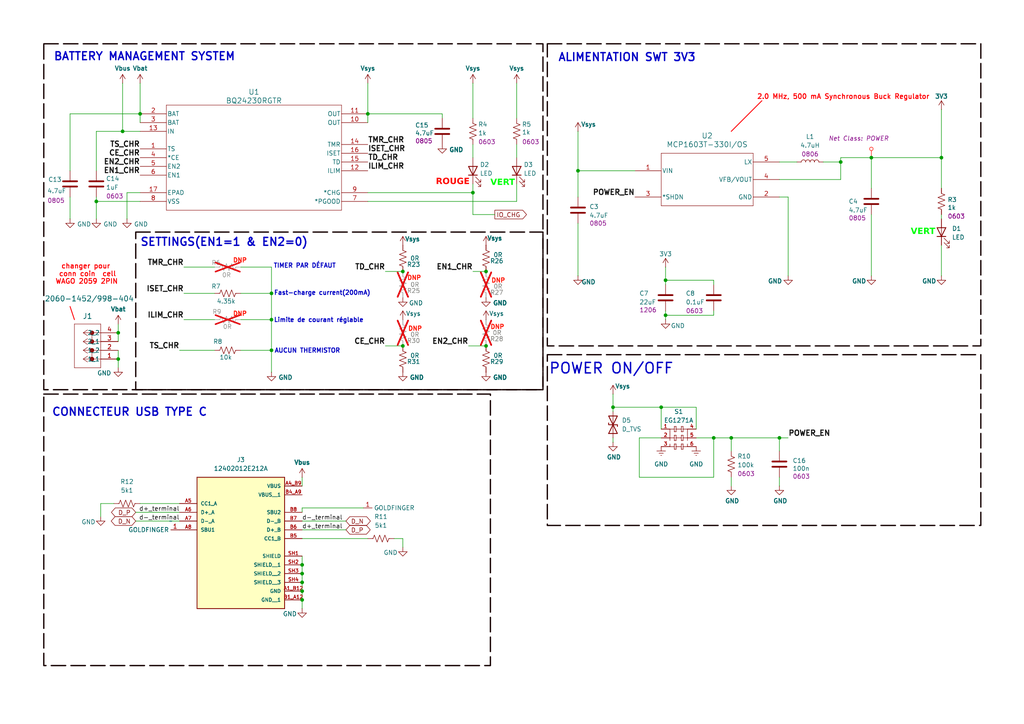
<source format=kicad_sch>
(kicad_sch (version 20250114) (generator "eeschema") (generator_version "9.0")
  (paper "A4")
  (lib_symbols
    (symbol "Device:C" (pin_numbers (hide yes)) (pin_names (offset 0.254))
      (property "Reference" "C" (at 0.635 2.54 0))
      (property "Value" "C" (at 0.635 -2.54 0))
      (symbol "C_0_1"
        (polyline (pts (xy -2.032 0.762) (xy 2.032 0.762)) (stroke (width 0.508)))
        (polyline (pts (xy -2.032 -0.762) (xy 2.032 -0.762)) (stroke (width 0.508)))
      )
      (symbol "C_1_1"
        (pin passive line (at 0 3.81 270) (length 2.794) (name "~") (number "1"))
        (pin passive line (at 0 -3.81 90) (length 2.794) (name "~") (number "2"))
      )
    )
    (symbol "Device:D_TVS" (pin_numbers (hide yes)) (pin_names (offset 1.016) (hide yes))
      (property "Reference" "D" (at 0 2.54 0))
      (property "Value" "D_TVS" (at 0 -2.54 0))
      (symbol "D_TVS_0_1"
        (polyline (pts (xy -2.54 1.27) (xy -2.54 -1.27) (xy 2.54 1.27) (xy 2.54 -1.27) (xy -2.54 1.27)) (stroke (width 0.254)))
        (polyline (pts (xy 0.508 1.27) (xy 0 1.27) (xy 0 -1.27) (xy -0.508 -1.27)) (stroke (width 0.254)))
        (polyline (pts (xy 1.27 0) (xy -1.27 0)))
      )
      (symbol "D_TVS_1_1"
        (pin passive line (at -3.81 0 0) (length 2.54) (name "A1") (number "1"))
        (pin passive line (at 3.81 0 180) (length 2.54) (name "A2") (number "2"))
      )
    )
    (symbol "Device:L" (pin_numbers (hide yes)) (pin_names (offset 1.016) (hide yes))
      (property "Reference" "L" (at -1.27 0 90))
      (property "Value" "L" (at 1.905 0 90))
      (symbol "L_0_1"
        (arc (start 0 2.54) (mid 0.6323 1.905) (end 0 1.27))
        (arc (start 0 1.27) (mid 0.6323 0.635) (end 0 0))
        (arc (start 0 0) (mid 0.6323 -0.635) (end 0 -1.27))
        (arc (start 0 -1.27) (mid 0.6323 -1.905) (end 0 -2.54))
      )
      (symbol "L_1_1"
        (pin passive line (at 0 3.81 270) (length 1.27) (name "1") (number "1"))
        (pin passive line (at 0 -3.81 90) (length 1.27) (name "2") (number "2"))
      )
    )
    (symbol "Device:LED" (pin_numbers (hide yes)) (pin_names (offset 1.016) (hide yes))
      (property "Reference" "D" (at 0 2.54 0))
      (property "Value" "LED" (at 0 -2.54 0))
      (symbol "LED_0_1"
        (polyline (pts (xy -3.048 -0.762) (xy -4.572 -2.286) (xy -3.81 -2.286) (xy -4.572 -2.286) (xy -4.572 -1.524)))
        (polyline (pts (xy -1.778 -0.762) (xy -3.302 -2.286) (xy -2.54 -2.286) (xy -3.302 -2.286) (xy -3.302 -1.524)))
        (polyline (pts (xy -1.27 0) (xy 1.27 0)))
        (polyline (pts (xy -1.27 -1.27) (xy -1.27 1.27)) (stroke (width 0.254)))
        (polyline (pts (xy 1.27 -1.27) (xy 1.27 1.27) (xy -1.27 0) (xy 1.27 -1.27)) (stroke (width 0.254)))
      )
      (symbol "LED_1_1"
        (pin passive line (at -3.81 0 0) (length 2.54) (name "K") (number "1"))
        (pin passive line (at 3.81 0 180) (length 2.54) (name "A") (number "2"))
      )
    )
    (symbol "Device:R_US" (pin_numbers (hide yes)) (pin_names (offset 0))
      (property "Reference" "R" (at 2.54 0 90))
      (property "Value" "R_US" (at -2.54 0 90))
      (symbol "R_US_0_1"
        (polyline (pts (xy 0 2.286) (xy 0 2.54)))
        (polyline (pts (xy 0 2.286) (xy 1.016 1.905) (xy 0 1.524) (xy -1.016 1.143) (xy 0 0.762)))
        (polyline (pts (xy 0 0.762) (xy 1.016 0.381) (xy 0 0) (xy -1.016 -0.381) (xy 0 -0.762)))
        (polyline (pts (xy 0 -0.762) (xy 1.016 -1.143) (xy 0 -1.524) (xy -1.016 -1.905) (xy 0 -2.286)))
        (polyline (pts (xy 0 -2.286) (xy 0 -2.54)))
      )
      (symbol "R_US_1_1"
        (pin passive line (at 0 3.81 270) (length 1.27) (name "~") (number "1"))
        (pin passive line (at 0 -3.81 90) (length 1.27) (name "~") (number "2"))
      )
    )
    (symbol "Library:12402012E212A" (pin_names (offset 1.016))
      (property "Reference" "J" (at -12.7 13.462 0))
      (property "Value" "12402012E212A" (at -12.7 -26.162 0))
      (symbol "12402012E212A_0_0"
        (rectangle (start -12.7 -25.4) (end 12.7 12.7) (stroke (width 0.254)) (fill (type background)))
        (pin bidirectional line (at -17.78 5.08 0) (length 5.08) (name "CC1_A") (number "A5"))
        (pin bidirectional line (at -17.78 2.54 0) (length 5.08) (name "D+_A") (number "A6"))
        (pin bidirectional line (at -17.78 0 0) (length 5.08) (name "D-_A") (number "A7"))
        (pin bidirectional line (at -17.78 -2.54 0) (length 5.08) (name "SBU1") (number "A8"))
        (pin power_in line (at 17.78 10.16 180) (length 5.08) (name "VBUS") (number "A4_B9"))
        (pin power_in line (at 17.78 7.62 180) (length 5.08) (name "VBUS__1") (number "B4_A9"))
        (pin bidirectional line (at 17.78 2.54 180) (length 5.08) (name "SBU2") (number "B8"))
        (pin bidirectional line (at 17.78 0 180) (length 5.08) (name "D-_B") (number "B7"))
        (pin bidirectional line (at 17.78 -2.54 180) (length 5.08) (name "D+_B") (number "B6"))
        (pin bidirectional line (at 17.78 -5.08 180) (length 5.08) (name "CC1_B") (number "B5"))
        (pin passive line (at 17.78 -10.16 180) (length 5.08) (name "SHIELD") (number "SH1"))
        (pin passive line (at 17.78 -12.7 180) (length 5.08) (name "SHIELD__1") (number "SH2"))
        (pin passive line (at 17.78 -15.24 180) (length 5.08) (name "SHIELD__2") (number "SH3"))
        (pin passive line (at 17.78 -17.78 180) (length 5.08) (name "SHIELD__3") (number "SH4"))
        (pin power_in line (at 17.78 -20.32 180) (length 5.08) (name "GND") (number "A1_B12"))
        (pin power_in line (at 17.78 -22.86 180) (length 5.08) (name "GND__1") (number "B1_A12"))
      )
    )
    (symbol "Library:2060-1452_998-404" (pin_names (offset 0.254))
      (property "Reference" "J" (at 8.89 6.35 0))
      (property "Value" "2060-1452/998-404" (at 0 0 0))
      (symbol "2060-1452_998-404_1_1"
        (polyline (pts (xy 5.08 2.54) (xy 5.08 -10.16)) (stroke (width 0.127)))
        (polyline (pts (xy 5.08 -10.16) (xy 12.7 -10.16)) (stroke (width 0.127)))
        (polyline (pts (xy 7.62 0) (xy 7.62 -2.54)) (stroke (width 0.127)))
        (circle (center 7.62 0) (radius 0.127) (stroke (width 0.508)))
        (circle (center 7.62 -2.54) (radius 0.127) (stroke (width 0.508)))
        (polyline (pts (xy 7.62 -5.08) (xy 7.62 -7.62)) (stroke (width 0.127)))
        (circle (center 7.62 -5.08) (radius 0.127) (stroke (width 0.508)))
        (circle (center 7.62 -7.62) (radius 0.127) (stroke (width 0.508)))
        (polyline (pts (xy 10.16 0) (xy 5.08 0)) (stroke (width 0.127)))
        (polyline (pts (xy 10.16 0) (xy 8.89 0.8467)) (stroke (width 0.127)))
        (polyline (pts (xy 10.16 0) (xy 8.89 -0.8467)) (stroke (width 0.127)))
        (polyline (pts (xy 10.16 -2.54) (xy 5.08 -2.54)) (stroke (width 0.127)))
        (polyline (pts (xy 10.16 -2.54) (xy 8.89 -1.6933)) (stroke (width 0.127)))
        (polyline (pts (xy 10.16 -2.54) (xy 8.89 -3.3867)) (stroke (width 0.127)))
        (polyline (pts (xy 10.16 -5.08) (xy 5.08 -5.08)) (stroke (width 0.127)))
        (polyline (pts (xy 10.16 -5.08) (xy 8.89 -4.2333)) (stroke (width 0.127)))
        (polyline (pts (xy 10.16 -5.08) (xy 8.89 -5.9267)) (stroke (width 0.127)))
        (polyline (pts (xy 10.16 -7.62) (xy 5.08 -7.62)) (stroke (width 0.127)))
        (polyline (pts (xy 10.16 -7.62) (xy 8.89 -6.7733)) (stroke (width 0.127)))
        (polyline (pts (xy 10.16 -7.62) (xy 8.89 -8.4667)) (stroke (width 0.127)))
        (polyline (pts (xy 12.7 2.54) (xy 5.08 2.54)) (stroke (width 0.127)))
        (polyline (pts (xy 12.7 -10.16) (xy 12.7 2.54)) (stroke (width 0.127)))
        (pin unspecified line (at 0 0 0) (length 5.08) (name "1_1") (number "1"))
        (pin unspecified line (at 0 -2.54 0) (length 5.08) (name "1_2") (number "2"))
        (pin unspecified line (at 0 -5.08 0) (length 5.08) (name "2_1") (number "3"))
        (pin unspecified line (at 0 -7.62 0) (length 5.08) (name "2_2") (number "4"))
      )
      (symbol "2060-1452_998-404_1_2"
        (polyline (pts (xy 5.08 2.54) (xy 5.08 -10.16)) (stroke (width 0.127)))
        (polyline (pts (xy 5.08 -10.16) (xy 12.7 -10.16)) (stroke (width 0.127)))
        (polyline (pts (xy 7.62 0) (xy 7.62 -2.54)) (stroke (width 0.127)))
        (circle (center 7.62 0) (radius 0.127) (stroke (width 0.508)))
        (circle (center 7.62 -2.54) (radius 0.127) (stroke (width 0.508)))
        (polyline (pts (xy 7.62 -5.08) (xy 7.62 -7.62)) (stroke (width 0.127)))
        (circle (center 7.62 -5.08) (radius 0.127) (stroke (width 0.508)))
        (circle (center 7.62 -7.62) (radius 0.127) (stroke (width 0.508)))
        (polyline (pts (xy 10.16 0) (xy 5.08 0)) (stroke (width 0.127)))
        (polyline (pts (xy 10.16 0) (xy 8.89 0.8467)) (stroke (width 0.127)))
        (polyline (pts (xy 10.16 0) (xy 8.89 -0.8467)) (stroke (width 0.127)))
        (polyline (pts (xy 10.16 -2.54) (xy 5.08 -2.54)) (stroke (width 0.127)))
        (polyline (pts (xy 10.16 -2.54) (xy 8.89 -1.6933)) (stroke (width 0.127)))
        (polyline (pts (xy 10.16 -2.54) (xy 8.89 -3.3867)) (stroke (width 0.127)))
        (polyline (pts (xy 10.16 -5.08) (xy 5.08 -5.08)) (stroke (width 0.127)))
        (polyline (pts (xy 10.16 -5.08) (xy 8.89 -4.2333)) (stroke (width 0.127)))
        (polyline (pts (xy 10.16 -5.08) (xy 8.89 -5.9267)) (stroke (width 0.127)))
        (polyline (pts (xy 10.16 -7.62) (xy 5.08 -7.62)) (stroke (width 0.127)))
        (polyline (pts (xy 10.16 -7.62) (xy 8.89 -6.7733)) (stroke (width 0.127)))
        (polyline (pts (xy 10.16 -7.62) (xy 8.89 -8.4667)) (stroke (width 0.127)))
        (polyline (pts (xy 12.7 2.54) (xy 5.08 2.54)) (stroke (width 0.127)))
        (polyline (pts (xy 12.7 -10.16) (xy 12.7 2.54)) (stroke (width 0.127)))
        (pin unspecified line (at 0 0 0) (length 5.08) (name "1_1") (number "1"))
        (pin unspecified line (at 0 -2.54 0) (length 5.08) (name "1_2") (number "2"))
        (pin unspecified line (at 0 -5.08 0) (length 5.08) (name "2_1") (number "3"))
        (pin unspecified line (at 0 -7.62 0) (length 5.08) (name "2_2") (number "4"))
      )
    )
    (symbol "Library:BQ24230RGTR" (pin_names (offset 0.254))
      (property "Reference" "U" (at 33.02 10.16 0))
      (property "Value" "BQ24230RGTR" (at 33.02 7.62 0))
      (symbol "BQ24230RGTR_0_1"
        (polyline (pts (xy 7.62 5.08) (xy 7.62 -25.4)) (stroke (width 0.127)))
        (polyline (pts (xy 7.62 -25.4) (xy 58.42 -25.4)) (stroke (width 0.127)))
        (polyline (pts (xy 58.42 5.08) (xy 7.62 5.08)) (stroke (width 0.127)))
        (polyline (pts (xy 58.42 -25.4) (xy 58.42 5.08)) (stroke (width 0.127)))
        (pin unspecified line (at 0 2.54 0) (length 7.62) (name "BAT") (number "2"))
        (pin unspecified line (at 0 0 0) (length 7.62) (name "BAT") (number "3"))
        (pin input line (at 0 -2.54 0) (length 7.62) (name "IN") (number "13"))
        (pin input line (at 0 -7.62 0) (length 7.62) (name "TS") (number "1"))
        (pin input line (at 0 -10.16 0) (length 7.62) (name "*CE") (number "4"))
        (pin input line (at 0 -12.7 0) (length 7.62) (name "EN2") (number "5"))
        (pin input line (at 0 -15.24 0) (length 7.62) (name "EN1") (number "6"))
        (pin power_in line (at 0 -20.32 0) (length 7.62) (name "EPAD") (number "17"))
        (pin power_in line (at 0 -22.86 0) (length 7.62) (name "VSS") (number "8"))
        (pin output line (at 66.04 2.54 180) (length 7.62) (name "OUT") (number "11"))
        (pin output line (at 66.04 0 180) (length 7.62) (name "OUT") (number "10"))
        (pin input line (at 66.04 -6.35 180) (length 7.62) (name "TMR") (number "14"))
        (pin unspecified line (at 66.04 -8.89 180) (length 7.62) (name "ISET") (number "16"))
        (pin input line (at 66.04 -11.43 180) (length 7.62) (name "TD") (number "15"))
        (pin input line (at 66.04 -13.97 180) (length 7.62) (name "ILIM") (number "12"))
        (pin output line (at 66.04 -20.32 180) (length 7.62) (name "*CHG") (number "9"))
        (pin output line (at 66.04 -22.86 180) (length 7.62) (name "*PGOOD") (number "7"))
      )
    )
    (symbol "Library:EG1271A" (pin_names (offset 1.016))
      (property "Reference" "S" (at -2.54 3.81 0))
      (property "Value" "EG1271A" (at -2.54 -3.81 0))
      (symbol "EG1271A_0_0"
        (polyline (pts (xy -2.54 2.54) (xy -2.54 -0.762)) (stroke (width 0.1524)))
        (polyline (pts (xy -2.54 -1.778) (xy -2.54 -2.54)) (stroke (width 0.1524)))
        (polyline (pts (xy -2.54 -2.54) (xy -1.27 -2.54)) (stroke (width 0.1524)))
        (polyline (pts (xy -1.27 3.302) (xy -1.27 2.54)) (stroke (width 0.1524)))
        (polyline (pts (xy -1.27 2.54) (xy -2.54 2.54)) (stroke (width 0.1524)))
        (polyline (pts (xy -1.27 2.54) (xy -1.27 1.778)) (stroke (width 0.1524)))
        (polyline (pts (xy -1.27 1.778) (xy -0.762 1.778)) (stroke (width 0.1524)))
        (polyline (pts (xy -1.27 0.762) (xy -1.27 0)) (stroke (width 0.1524)))
        (polyline (pts (xy -1.27 0) (xy -2.54 0)) (stroke (width 0.1524)))
        (polyline (pts (xy -1.27 0) (xy -1.27 -0.762)) (stroke (width 0.1524)))
        (polyline (pts (xy -1.27 -0.762) (xy -0.762 -0.762)) (stroke (width 0.1524)))
        (polyline (pts (xy -1.27 -1.778) (xy -1.27 -2.54)) (stroke (width 0.1524)))
        (polyline (pts (xy -1.27 -2.54) (xy -1.27 -3.302)) (stroke (width 0.1524)))
        (polyline (pts (xy -1.27 -3.302) (xy -0.762 -3.302)) (stroke (width 0.1524)))
        (polyline (pts (xy -0.762 3.302) (xy -1.27 3.302)) (stroke (width 0.1524)))
        (polyline (pts (xy -0.762 2.54) (xy -0.762 3.302)) (stroke (width 0.1524)))
        (polyline (pts (xy -0.762 2.54) (xy 0.762 2.54)) (stroke (width 0.1524)))
        (polyline (pts (xy -0.762 1.778) (xy -0.762 2.54)) (stroke (width 0.1524)))
        (polyline (pts (xy -0.762 0.762) (xy -1.27 0.762)) (stroke (width 0.1524)))
        (polyline (pts (xy -0.762 0) (xy -0.762 0.762)) (stroke (width 0.1524)))
        (polyline (pts (xy -0.762 0) (xy 0.762 0)) (stroke (width 0.1524)))
        (polyline (pts (xy -0.762 -0.762) (xy -0.762 0)) (stroke (width 0.1524)))
        (polyline (pts (xy -0.762 -1.778) (xy -1.27 -1.778)) (stroke (width 0.1524)))
        (polyline (pts (xy -0.762 -2.54) (xy -0.762 -1.778)) (stroke (width 0.1524)))
        (polyline (pts (xy -0.762 -2.54) (xy 0.762 -2.54)) (stroke (width 0.1524)))
        (polyline (pts (xy -0.762 -3.302) (xy -0.762 -2.54)) (stroke (width 0.1524)))
        (polyline (pts (xy 0.762 3.302) (xy 0.762 2.54)) (stroke (width 0.1524)))
        (polyline (pts (xy 0.762 2.54) (xy 0.762 1.778)) (stroke (width 0.1524)))
        (polyline (pts (xy 0.762 1.778) (xy 1.27 1.778)) (stroke (width 0.1524)))
        (polyline (pts (xy 0.762 0.762) (xy 0.762 0)) (stroke (width 0.1524)))
        (polyline (pts (xy 0.762 0) (xy 0.762 -0.762)) (stroke (width 0.1524)))
        (polyline (pts (xy 0.762 -0.762) (xy 1.27 -0.762)) (stroke (width 0.1524)))
        (polyline (pts (xy 0.762 -1.778) (xy 0.762 -2.54)) (stroke (width 0.1524)))
        (polyline (pts (xy 0.762 -2.54) (xy 0.762 -3.302)) (stroke (width 0.1524)))
        (polyline (pts (xy 0.762 -3.302) (xy 1.27 -3.302)) (stroke (width 0.1524)))
        (polyline (pts (xy 1.27 3.302) (xy 0.762 3.302)) (stroke (width 0.1524)))
        (polyline (pts (xy 1.27 2.54) (xy 1.27 3.302)) (stroke (width 0.1524)))
        (polyline (pts (xy 1.27 2.54) (xy 2.54 2.54)) (stroke (width 0.1524)))
        (polyline (pts (xy 1.27 1.778) (xy 1.27 2.54)) (stroke (width 0.1524)))
        (polyline (pts (xy 1.27 0.762) (xy 0.762 0.762)) (stroke (width 0.1524)))
        (polyline (pts (xy 1.27 0) (xy 1.27 0.762)) (stroke (width 0.1524)))
        (polyline (pts (xy 1.27 -0.762) (xy 1.27 0)) (stroke (width 0.1524)))
        (polyline (pts (xy 1.27 -1.778) (xy 0.762 -1.778)) (stroke (width 0.1524)))
        (polyline (pts (xy 1.27 -2.54) (xy 1.27 -1.778)) (stroke (width 0.1524)))
        (polyline (pts (xy 1.27 -3.302) (xy 1.27 -2.54)) (stroke (width 0.1524)))
        (polyline (pts (xy 2.54 0) (xy 1.27 0)) (stroke (width 0.1524)))
        (polyline (pts (xy 2.54 -0.762) (xy 2.54 2.54)) (stroke (width 0.1524)))
        (polyline (pts (xy 2.54 -1.778) (xy 2.54 -2.54)) (stroke (width 0.1524)))
        (polyline (pts (xy 2.54 -2.54) (xy 1.27 -2.54)) (stroke (width 0.1524)))
        (pin passive line (at -5.08 2.54 0) (length 2.54) (name "~") (number "1"))
        (pin passive line (at -5.08 0 0) (length 2.54) (name "~") (number "2"))
        (pin passive line (at -5.08 -2.54 0) (length 2.54) (name "~") (number "3"))
        (pin passive line (at 5.08 2.54 180) (length 2.54) (name "~") (number "4"))
        (pin passive line (at 5.08 0 180) (length 2.54) (name "~") (number "5"))
        (pin passive line (at 5.08 -2.54 180) (length 2.54) (name "~") (number "6"))
      )
    )
    (symbol "Library:GoldFingers"
      (symbol "GoldFingers_1_1"
        (pin input line (at 0 0 0) (length 2.54) (name "GOLDFINGER") (number "1"))
      )
    )
    (symbol "Library:MCP1603T-330I_OS" (pin_names (offset 0.254))
      (property "Reference" "U" (at 34.544 9.144 0))
      (property "Value" "MCP1603T-330I/OS" (at 45.466 6.858 0))
      (symbol "MCP1603T-330I_OS_0_1"
        (polyline (pts (xy 31.75 5.08) (xy 31.75 -10.16)) (stroke (width 0.127)))
        (polyline (pts (xy 31.75 -10.16) (xy 58.42 -10.16)) (stroke (width 0.127)))
        (polyline (pts (xy 58.42 5.08) (xy 31.75 5.08)) (stroke (width 0.127)))
        (polyline (pts (xy 58.42 -10.16) (xy 58.42 5.08)) (stroke (width 0.127)))
        (pin unspecified line (at 24.13 0 0) (length 7.62) (name "VIN") (number "1"))
        (pin unspecified line (at 24.13 -7.62 0) (length 7.62) (name "*SHDN") (number "3"))
        (pin unspecified line (at 66.04 2.54 180) (length 7.62) (name "LX") (number "5"))
        (pin unspecified line (at 66.04 -2.54 180) (length 7.62) (name "VFB/VOUT") (number "4"))
        (pin unspecified line (at 66.04 -7.62 180) (length 7.62) (name "GND") (number "2"))
      )
    )
    (symbol "power:+3.3V" (power) (pin_numbers (hide yes)) (pin_names (offset 0) (hide yes))
      (property "Value" "+3.3V" (at 0 3.556 0))
      (symbol "+3.3V_0_1"
        (polyline (pts (xy -0.762 1.27) (xy 0 2.54)))
        (polyline (pts (xy 0 2.54) (xy 0.762 1.27)))
        (polyline (pts (xy 0 0) (xy 0 2.54)))
      )
      (symbol "+3.3V_1_1"
        (pin power_in line (at 0 0 90) (length 0) (name "~") (number "1"))
      )
    )
    (symbol "power:GND" (power) (pin_numbers (hide yes)) (pin_names (offset 0) (hide yes))
      (property "Value" "GND" (at 0 -3.81 0))
      (symbol "GND_0_1"
        (polyline (pts (xy 0 0) (xy 0 -1.27) (xy 1.27 -1.27) (xy 0 -2.54) (xy -1.27 -1.27) (xy 0 -1.27)))
      )
      (symbol "GND_1_1"
        (pin power_in line (at 0 0 270) (length 0) (name "~") (number "1"))
      )
    )
    (symbol "power:GNDREF" (power) (pin_numbers (hide yes)) (pin_names (offset 0) (hide yes))
      (property "Value" "GNDREF" (at 0 -3.81 0))
      (symbol "GNDREF_0_1"
        (polyline (pts (xy -0.635 -1.905) (xy 0.635 -1.905)))
        (polyline (pts (xy -0.127 -2.54) (xy 0.127 -2.54)))
        (polyline (pts (xy 0 -1.27) (xy 0 0)))
        (polyline (pts (xy 1.27 -1.27) (xy -1.27 -1.27)))
      )
      (symbol "GNDREF_1_1"
        (pin power_in line (at 0 0 270) (length 0) (name "~") (number "1"))
      )
    )
  )
  (rectangle (start 39.37 67.31) (end 157.48 113.03) (stroke (width 0.381) (type dash) (color 20 0 0 1)))
  (rectangle (start 158.75 12.7) (end 284.48 100.33) (stroke (width 0.381) (type dash) (color 20 0 0 1)))
  (rectangle (start 12.7 12.7) (end 157.48 113.03) (stroke (width 0.381) (type dash) (color 20 0 0 1)))
  (rectangle (start 12.7 114.3) (end 142.24 193.04) (stroke (width 0.381) (type dash) (color 20 0 0 1)))
  (rectangle (start 158.75 102.87) (end 284.48 152.4) (stroke (width 0.381) (type dash) (color 20 0 0 1)))
  (text "Fast-charge current(200mA)" (at 93.472 85.09 0) (effects (font (size 1.27 1.27) (thickness 0.254) (bold yes))))
  (text "POWER ON/OFF\n\n" (at 177.292 109.474 0) (effects (font (size 3.048 3.048) (thickness 0.4064) (bold yes))))
  (text "DNP" (at 120.396 95.504 0) (effects (font (size 1.27 1.27) (thickness 0.254) (bold yes))))
  (text "DNP" (at 144.526 81.534 0) (effects (font (size 1.27 1.27) (thickness 0.254) (bold yes))))
  (text "WAGO 2059 2PIN" (at 25.146 81.788 0) (effects (font (size 1.397 1.397) (thickness 0.254) (bold yes))))
  (text "AUCUN THERMISTOR\n" (at 89.154 101.854 0) (effects (font (size 1.27 1.27) (thickness 0.254) (bold yes))))
  (text "CONNECTEUR USB TYPE C\n" (at 37.592 119.634 0) (effects (font (size 2.286 2.286) (thickness 0.4064) (bold yes))))
  (text "BATTERY MANAGEMENT SYSTEM\n" (at 41.91 16.51 0) (effects (font (size 2.286 2.286) (thickness 0.4064) (bold yes))))
  (text "ALIMENTATION SWT 3V3\n" (at 181.864 16.764 0) (effects (font (size 2.286 2.286) (thickness 0.4064) (bold yes))))
  (text "TIMER PAR DÉFAUT\n" (at 88.392 77.216 0) (effects (font (size 1.27 1.27) (thickness 0.254) (bold yes))))
  (text "VERT" (at 145.796 53.594 0) (effects (font (size 1.778 1.778) (thickness 0.254) (bold yes))))
  (text "DNP" (at 120.142 80.772 0) (effects (font (size 1.27 1.27) (thickness 0.254) (bold yes))))
  (text "changer pour \nconn coin  cell\n" (at 25.4 78.486 0) (effects (font (size 1.397 1.397) (thickness 0.254) (bold yes))))
  (text "SETTINGS(EN1=1 & EN2=0)\n" (at 65.024 70.358 0) (effects (font (size 2.286 2.286) (thickness 0.4064) (bold yes))))
  (text "DNP" (at 69.596 75.692 0) (effects (font (size 1.27 1.27) (thickness 0.254) (bold yes))))
  (text "ROUGE" (at 131.318 53.34 0) (effects (font (size 1.778 1.778) (thickness 0.254) (bold yes))))
  (text "VERT" (at 267.716 67.818 0) (effects (font (size 1.778 1.778) (thickness 0.254) (bold yes))))
  (text "2.0 MHz, 500 mA Synchronous Buck Regulator" (at 244.602 28.194 0) (effects (font (size 1.397 1.397) (thickness 0.254) (bold yes))))
  (text "DNP" (at 144.272 94.996 0) (effects (font (size 1.27 1.27) (thickness 0.254) (bold yes))))
  (text "DNP" (at 69.596 91.186 0) (effects (font (size 1.27 1.27) (thickness 0.254) (bold yes))))
  (text "Limite de courant réglable" (at 92.456 92.964 0) (effects (font (size 1.27 1.27) (thickness 0.254) (bold yes))))
  (junction (at 193.04 81.28))
  (junction (at 226.06 127))
  (junction (at 35.56 38.1))
  (junction (at 87.63 173.99))
  (junction (at 212.09 127))
  (junction (at 40.64 33.02))
  (junction (at 87.63 171.45))
  (junction (at 137.16 55.88))
  (junction (at 27.94 58.42))
  (junction (at 243.84 46.99))
  (junction (at 177.8 118.11))
  (junction (at 78.74 85.09))
  (junction (at 252.73 45.72))
  (junction (at 34.29 104.14))
  (junction (at 78.74 101.6))
  (junction (at 140.97 100.33))
  (junction (at 140.97 78.74))
  (junction (at 273.05 45.72))
  (junction (at 87.63 166.37))
  (junction (at 106.68 33.02))
  (junction (at 116.84 100.33))
  (junction (at 207.01 127))
  (junction (at 87.63 163.83))
  (junction (at 167.64 49.53))
  (junction (at 191.77 118.11))
  (junction (at 34.29 96.52))
  (junction (at 78.74 92.71))
  (junction (at 87.63 168.91))
  (junction (at 116.84 78.74))
  (junction (at 193.04 91.44))
  (wire (pts (xy 273.05 62.23) (xy 273.05 63.5)))
  (wire (pts (xy 193.04 77.47) (xy 193.04 81.28)))
  (wire (pts (xy 116.84 156.21) (xy 116.84 158.75)))
  (wire (pts (xy 27.94 58.42) (xy 40.64 58.42)))
  (wire (pts (xy 34.29 93.98) (xy 34.29 96.52)))
  (wire (pts (xy 29.21 146.05) (xy 33.02 146.05)))
  (wire (pts (xy 106.68 33.02) (xy 106.68 35.56)))
  (wire (pts (xy 167.64 49.53) (xy 167.64 57.15)))
  (wire (pts (xy 177.8 128.27) (xy 177.8 127)))
  (wire (pts (xy 35.56 38.1) (xy 27.94 38.1)))
  (polyline (pts (xy 212.09 38.1) (xy 220.98 29.21)) (stroke (width 0.254) (type solid) (color 255 0 4 1)))
  (wire (pts (xy 207.01 138.43) (xy 207.01 127)))
  (wire (pts (xy 40.64 38.1) (xy 35.56 38.1)))
  (wire (pts (xy 228.6 80.01) (xy 228.6 57.15)))
  (wire (pts (xy 243.84 46.99) (xy 238.76 46.99)))
  (wire (pts (xy 106.68 24.13) (xy 106.68 33.02)))
  (wire (pts (xy 34.29 101.6) (xy 34.29 104.14)))
  (wire (pts (xy 78.74 101.6) (xy 78.74 107.95)))
  (wire (pts (xy 207.01 81.28) (xy 193.04 81.28)))
  (wire (pts (xy 273.05 80.01) (xy 273.05 71.12)))
  (wire (pts (xy 69.85 85.09) (xy 78.74 85.09)))
  (wire (pts (xy 243.84 45.72) (xy 243.84 46.99)))
  (wire (pts (xy 34.29 96.52) (xy 34.29 99.06)))
  (wire (pts (xy 69.85 101.6) (xy 78.74 101.6)))
  (wire (pts (xy 78.74 85.09) (xy 78.74 92.71)))
  (wire (pts (xy 207.01 81.28) (xy 207.01 82.55)))
  (wire (pts (xy 87.63 151.13) (xy 100.33 151.13)))
  (wire (pts (xy 167.64 49.53) (xy 184.15 49.53)))
  (wire (pts (xy 40.64 146.05) (xy 52.07 146.05)))
  (wire (pts (xy 36.83 55.88) (xy 40.64 55.88)))
  (wire (pts (xy 137.16 55.88) (xy 137.16 62.23)))
  (wire (pts (xy 137.16 34.29) (xy 137.16 24.13)))
  (wire (pts (xy 185.42 138.43) (xy 207.01 138.43)))
  (wire (pts (xy 135.89 100.33) (xy 140.97 100.33)))
  (wire (pts (xy 69.85 77.47) (xy 78.74 77.47)))
  (wire (pts (xy 228.6 57.15) (xy 226.06 57.15)))
  (wire (pts (xy 35.56 24.13) (xy 35.56 38.1)))
  (wire (pts (xy 149.86 41.91) (xy 149.86 45.72)))
  (wire (pts (xy 52.07 101.6) (xy 62.23 101.6)))
  (wire (pts (xy 137.16 78.74) (xy 140.97 78.74)))
  (wire (pts (xy 87.63 168.91) (xy 87.63 171.45)))
  (wire (pts (xy 193.04 91.44) (xy 193.04 90.17)))
  (wire (pts (xy 114.3 156.21) (xy 116.84 156.21)))
  (wire (pts (xy 29.21 146.05) (xy 29.21 149.86)))
  (wire (pts (xy 273.05 45.72) (xy 273.05 54.61)))
  (wire (pts (xy 212.09 130.81) (xy 212.09 127)))
  (wire (pts (xy 207.01 91.44) (xy 207.01 90.17)))
  (wire (pts (xy 177.8 118.11) (xy 177.8 119.38)))
  (wire (pts (xy 111.76 78.74) (xy 116.84 78.74)))
  (wire (pts (xy 40.64 33.02) (xy 40.64 35.56)))
  (wire (pts (xy 226.06 140.97) (xy 226.06 138.43)))
  (wire (pts (xy 191.77 118.11) (xy 191.77 124.46)))
  (wire (pts (xy 87.63 153.67) (xy 100.33 153.67)))
  (wire (pts (xy 137.16 62.23) (xy 143.51 62.23)))
  (wire (pts (xy 87.63 173.99) (xy 87.63 176.53)))
  (wire (pts (xy 87.63 147.32) (xy 87.63 148.59)))
  (wire (pts (xy 106.68 55.88) (xy 137.16 55.88)))
  (wire (pts (xy 137.16 41.91) (xy 137.16 45.72)))
  (wire (pts (xy 87.63 166.37) (xy 87.63 168.91)))
  (wire (pts (xy 226.06 52.07) (xy 243.84 52.07)))
  (wire (pts (xy 243.84 46.99) (xy 243.84 52.07)))
  (wire (pts (xy 87.63 156.21) (xy 106.68 156.21)))
  (wire (pts (xy 53.34 77.47) (xy 62.23 77.47)))
  (wire (pts (xy 53.34 92.71) (xy 62.23 92.71)))
  (wire (pts (xy 201.93 118.11) (xy 201.93 124.46)))
  (wire (pts (xy 78.74 77.47) (xy 78.74 85.09)))
  (wire (pts (xy 53.34 85.09) (xy 62.23 85.09)))
  (wire (pts (xy 177.8 114.3) (xy 177.8 118.11)))
  (wire (pts (xy 111.76 100.33) (xy 116.84 100.33)))
  (wire (pts (xy 27.94 63.5) (xy 27.94 58.42)))
  (wire (pts (xy 226.06 127) (xy 228.6 127)))
  (wire (pts (xy 106.68 33.02) (xy 128.27 33.02)))
  (wire (pts (xy 252.73 80.01) (xy 252.73 62.23)))
  (wire (pts (xy 167.64 38.1) (xy 167.64 49.53)))
  (wire (pts (xy 69.85 92.71) (xy 78.74 92.71)))
  (wire (pts (xy 201.93 127) (xy 207.01 127)))
  (wire (pts (xy 27.94 57.15) (xy 27.94 58.42)))
  (wire (pts (xy 226.06 46.99) (xy 231.14 46.99)))
  (wire (pts (xy 52.07 148.59) (xy 39.37 148.59)))
  (wire (pts (xy 52.07 151.13) (xy 39.37 151.13)))
  (wire (pts (xy 20.32 63.5) (xy 20.32 57.15)))
  (wire (pts (xy 20.32 33.02) (xy 20.32 49.53)))
  (wire (pts (xy 185.42 127) (xy 185.42 138.43)))
  (wire (pts (xy 27.94 38.1) (xy 27.94 49.53)))
  (wire (pts (xy 252.73 45.72) (xy 243.84 45.72)))
  (wire (pts (xy 212.09 140.97) (xy 212.09 138.43)))
  (wire (pts (xy 193.04 81.28) (xy 193.04 82.55)))
  (wire (pts (xy 193.04 91.44) (xy 207.01 91.44)))
  (wire (pts (xy 185.42 127) (xy 191.77 127)))
  (wire (pts (xy 36.83 55.88) (xy 36.83 63.5)))
  (wire (pts (xy 191.77 118.11) (xy 201.93 118.11)))
  (wire (pts (xy 78.74 92.71) (xy 78.74 101.6)))
  (wire (pts (xy 167.64 64.77) (xy 167.64 80.01)))
  (wire (pts (xy 273.05 31.75) (xy 273.05 45.72)))
  (wire (pts (xy 87.63 171.45) (xy 87.63 173.99)))
  (wire (pts (xy 149.86 24.13) (xy 149.86 34.29)))
  (wire (pts (xy 252.73 45.72) (xy 252.73 54.61)))
  (wire (pts (xy 226.06 130.81) (xy 226.06 127)))
  (wire (pts (xy 226.06 127) (xy 212.09 127)))
  (wire (pts (xy 177.8 118.11) (xy 191.77 118.11)))
  (wire (pts (xy 34.29 104.14) (xy 34.29 106.68)))
  (wire (pts (xy 106.68 58.42) (xy 149.86 58.42)))
  (wire (pts (xy 105.41 147.32) (xy 87.63 147.32)))
  (polyline (pts (xy 20.32 88.9) (xy 21.59 92.71)) (stroke (width 0.254) (type solid) (color 255 0 4 1)))
  (wire (pts (xy 40.64 24.13) (xy 40.64 33.02)))
  (wire (pts (xy 149.86 58.42) (xy 149.86 53.34)))
  (wire (pts (xy 40.64 33.02) (xy 20.32 33.02)))
  (wire (pts (xy 193.04 92.71) (xy 193.04 91.44)))
  (wire (pts (xy 137.16 55.88) (xy 137.16 53.34)))
  (wire (pts (xy 128.27 33.02) (xy 128.27 34.29)))
  (wire (pts (xy 252.73 45.72) (xy 273.05 45.72)))
  (wire (pts (xy 207.01 127) (xy 212.09 127)))
  (wire (pts (xy 87.63 138.43) (xy 87.63 140.97)))
  (wire (pts (xy 87.63 161.29) (xy 87.63 163.83)))
  (wire (pts (xy 87.63 163.83) (xy 87.63 166.37)))
  (label "TMR_CHR" (at 53.34 77.47 180) (effects (font (size 1.524 1.524) (bold yes))))
  (label "d-_terminal" (at 87.63 151.13 0))
  (label "ILIM_CHR" (at 106.68 49.53 0) (effects (font (size 1.524 1.524) (bold yes))))
  (label "ISET_CHR" (at 53.34 85.09 180) (effects (font (size 1.524 1.524) (bold yes))))
  (label "CE_CHR" (at 111.76 100.33 180) (effects (font (size 1.524 1.524) (bold yes))))
  (label "d+_terminal" (at 87.63 153.67 0))
  (label "POWER_EN" (at 184.15 57.15 180) (effects (font (size 1.524 1.524) (bold yes))))
  (label "d-_terminal" (at 52.07 151.13 180))
  (label "EN2_CHR" (at 135.89 100.33 180) (effects (font (size 1.524 1.524) (bold yes))))
  (label "TS_CHR" (at 40.64 43.18 180) (effects (font (size 1.524 1.524) (bold yes))))
  (label "ILIM_CHR" (at 53.34 92.71 180) (effects (font (size 1.524 1.524) (bold yes))))
  (label "POWER_EN" (at 228.6 127 0) (effects (font (size 1.524 1.524) (bold yes))))
  (label "d+_terminal" (at 52.07 148.59 180))
  (label "TD_CHR" (at 111.76 78.74 180) (effects (font (size 1.524 1.524) (bold yes))))
  (label "EN1_CHR" (at 137.16 78.74 180) (effects (font (size 1.524 1.524) (bold yes))))
  (label "ISET_CHR" (at 106.68 44.45 0) (effects (font (size 1.524 1.524) (bold yes))))
  (label "CE_CHR" (at 40.64 45.72 180) (effects (font (size 1.524 1.524) (bold yes))))
  (label "EN1_CHR" (at 40.64 50.8 180) (effects (font (size 1.524 1.524) (bold yes))))
  (label "TMR_CHR" (at 106.68 41.91 0) (effects (font (size 1.524 1.524) (bold yes))))
  (label "TD_CHR" (at 106.68 46.99 0) (effects (font (size 1.524 1.524) (bold yes))))
  (label "TS_CHR" (at 52.07 101.6 180) (effects (font (size 1.524 1.524) (bold yes))))
  (label "EN2_CHR" (at 40.64 48.26 180) (effects (font (size 1.524 1.524) (bold yes))))
  (global_label "D_P" (shape bidirectional) (at 100.33 153.67 0) (property "Intersheetrefs" "${INTERSHEET_REFS}" (effects (hide yes))))
  (global_label "IO_CHG" (shape output) (at 143.51 62.23 0) (property "Intersheetrefs" "${INTERSHEET_REFS}" (effects (hide yes))))
  (global_label "D_N" (shape bidirectional) (at 39.37 151.13 180) (property "Intersheetrefs" "${INTERSHEET_REFS}" (effects (hide yes))))
  (global_label "D_P" (shape bidirectional) (at 39.37 148.59 180) (property "Intersheetrefs" "${INTERSHEET_REFS}" (effects (hide yes))))
  (global_label "D_N" (shape bidirectional) (at 100.33 151.13 0) (property "Intersheetrefs" "${INTERSHEET_REFS}" (effects (hide yes))))
  (netclass_flag "" (length 2.54) (shape round) (at 252.73 45.72 0) (property "Netclass" "POWER" (at 240.284 40.132 0) (show_name yes) (effects (font (italic yes)) (justify left))))
  (symbol (lib_id "power:GND") (at 273.05 80.01 0) (unit 1)
    (property "Reference" "#PWR021" (effects (hide yes)))
    (property "Value" "GND" (at 269.494 81.534 0) (effects (font (bold yes))))
    (property "Description" "Power symbol creates a global label with name \"GND\" , ground" (effects (hide yes)))
  )
  (symbol (lib_id "power:+3.3V") (at 149.86 24.13 0) (unit 1)
    (property "Reference" "#PWR040" (effects (hide yes)))
    (property "Value" "Vsys" (at 149.86 19.812 0) (effects (font (bold yes))))
    (property "Description" "Power symbol creates a global label with name \"+3.3V\"" (effects (hide yes)))
  )
  (symbol (lib_id "Library:MCP1603T-330I_OS") (at 160.02 49.53 0) (unit 1)
    (property "Reference" "U2" (at 205.105 39.37 0) (effects (font (size 1.524 1.524))))
    (property "Value" "MCP1603T-330I/OS" (at 205.105 41.91 0) (effects (font (size 1.524 1.524))))
    (property "Footprint" "Library:TSOT5_MC_MCH" (effects (hide yes)))
    (property "Datasheet" "MCP1603T-330I/OS" (effects (hide yes)))
  )
  (symbol (lib_id "Library:GoldFingers") (at 52.07 153.67 180) (unit 1)
    (property "Reference" "F6" (effects (hide yes)))
    (property "Value" "~" (at 49.53 151.13 0))
    (property "Footprint" "Library:GOLD_FINGERS" (effects (hide yes)))
  )
  (symbol (lib_id "Device:R_US") (at 140.97 104.14 180) (unit 1)
    (property "Reference" "R29" (at 146.05 104.902 0) (effects (justify left)))
    (property "Value" "0R" (at 145.796 103.124 0) (effects (justify left)))
    (property "Footprint" "Resistor_SMD:R_0402_1005Metric" (effects (hide yes)))
    (property "Description" "Resistor, US symbol" (effects (hide yes)))
  )
  (symbol (lib_id "power:+3.3V") (at 273.05 31.75 0) (unit 1)
    (property "Reference" "#PWR014" (effects (hide yes)))
    (property "Value" "3V3" (at 273.05 27.94 0) (effects (font (bold yes))))
    (property "Description" "Power symbol creates a global label with name \"+3.3V\"" (effects (hide yes)))
  )
  (symbol (lib_id "Library:2060-1452_998-404") (at 34.29 104.14 180) (unit 1)
    (property "Reference" "J1" (at 25.4 91.694 0) (effects (font (size 1.524 1.524))))
    (property "Value" "2060-1452/998-404" (at 25.908 86.614 0) (effects (font (size 1.524 1.524))))
    (property "Footprint" "Library:CONN2_2059-302&slash_998-403_WAG" (effects (hide yes)))
    (property "Datasheet" "2060-1452/998-404" (effects (hide yes)))
  )
  (symbol (lib_id "Device:R_US") (at 273.05 58.42 0) (unit 1)
    (property "Reference" "R3" (at 274.828 57.912 0) (effects (justify left)))
    (property "Value" "1k" (at 274.828 60.198 0) (effects (justify left)))
    (property "Footprint" "Resistor_SMD:R_0603_1608Metric" (effects (hide yes)))
    (property "Description" "Resistor, US symbol" (effects (hide yes)))
    (property "PCKG" "0603" (at 277.368 62.738 0))
  )
  (symbol (lib_id "power:+3.3V") (at 193.04 77.47 0) (unit 1)
    (property "Reference" "#PWR026" (effects (hide yes)))
    (property "Value" "3V3" (at 193.04 73.66 0))
    (property "Description" "Power symbol creates a global label with name \"+3.3V\"" (effects (hide yes)))
  )
  (symbol (lib_id "Library:BQ24230RGTR") (at 40.64 35.56 0) (unit 1)
    (property "Reference" "U1" (at 73.66 26.67 0) (effects (font (size 1.524 1.524))))
    (property "Value" "BQ24230RGTR" (at 73.66 29.21 0) (effects (font (size 1.524 1.524))))
    (property "Footprint" "Library:RGT16_1P7X1P7" (effects (hide yes)))
    (property "Datasheet" "BQ24230RGTR" (effects (hide yes)))
  )
  (symbol (lib_id "Device:R_US") (at 116.84 74.93 180) (unit 1)
    (property "Reference" "R23" (at 121.92 76.708 0) (effects (justify left)))
    (property "Value" "0R" (at 121.666 74.93 0) (effects (justify left)))
    (property "Footprint" "Resistor_SMD:R_0402_1005Metric" (effects (hide yes)))
    (property "Description" "Resistor, US symbol" (effects (hide yes)))
  )
  (symbol (lib_id "Device:LED") (at 149.86 49.53 90) (unit 1)
    (property "Reference" "D3" (at 151.892 47.752 90) (effects (justify right)))
    (property "Value" "LED" (at 151.892 50.292 90) (effects (justify right)))
    (property "Footprint" "LED_SMD:LED_0805_2012Metric" (effects (hide yes)))
    (property "Description" "Light emitting diode" (effects (hide yes)))
    (property "DIGIKEY" "LINK" (effects (hide yes)))
    (property "Prix($) / X units" "X" (effects (hide yes)))
  )
  (symbol (lib_id "Device:R_US") (at 66.04 101.6 90) (unit 1)
    (property "Reference" "R8" (at 64.516 99.06 90) (effects (justify left)))
    (property "Value" "10k" (at 67.31 103.632 90) (effects (justify left)))
    (property "Footprint" "Resistor_SMD:R_0402_1005Metric" (effects (hide yes)))
    (property "Description" "Resistor, US symbol" (effects (hide yes)))
  )
  (symbol (lib_id "Device:R_US") (at 66.04 77.47 90) (unit 1) (in_bom no) (on_board no) (dnp yes)
    (property "Reference" "R6" (at 64.008 76.2 90) (effects (justify left)))
    (property "Value" "0R" (at 67.056 79.756 90) (effects (justify left)))
    (property "Footprint" "Resistor_SMD:R_0402_1005Metric" (effects (hide yes)))
    (property "Description" "Resistor, US symbol" (effects (hide yes)))
  )
  (symbol (lib_id "power:GND") (at 116.84 107.95 0) (unit 1)
    (property "Reference" "#PWR037" (effects (hide yes)))
    (property "Value" "GND" (at 120.904 109.474 0) (effects (font (bold yes))))
    (property "Description" "Power symbol creates a global label with name \"GND\" , ground" (effects (hide yes)))
  )
  (symbol (lib_id "Device:R_US") (at 212.09 134.62 0) (unit 1)
    (property "Reference" "R10" (at 213.868 132.334 0) (effects (justify left)))
    (property "Value" "100k" (at 213.868 134.874 0) (effects (justify left)))
    (property "Footprint" "Resistor_SMD:R_0603_1608Metric" (effects (hide yes)))
    (property "Description" "Resistor, US symbol" (effects (hide yes)))
    (property "PCKG" "0603" (at 216.408 137.414 0))
  )
  (symbol (lib_id "power:GND") (at 212.09 140.97 0) (unit 1)
    (property "Reference" "#PWR059" (effects (hide yes)))
    (property "Value" "GND" (at 212.344 145.288 0) (effects (font (bold yes))))
    (property "Description" "Power symbol creates a global label with name \"GND\" , ground" (effects (hide yes)))
  )
  (symbol (lib_id "power:+3.3V") (at 137.16 24.13 0) (unit 1)
    (property "Reference" "#PWR039" (effects (hide yes)))
    (property "Value" "Vsys" (at 137.16 19.812 0) (effects (font (bold yes))))
    (property "Description" "Power symbol creates a global label with name \"+3.3V\"" (effects (hide yes)))
  )
  (symbol (lib_id "Device:C") (at 27.94 53.34 0) (unit 1)
    (property "Reference" "C14" (at 30.734 51.816 0) (effects (justify left)))
    (property "Value" "1uF" (at 30.734 54.356 0) (effects (justify left)))
    (property "Footprint" "Capacitor_SMD:C_0603_1608Metric" (effects (hide yes)))
    (property "Description" "Unpolarized capacitor" (effects (hide yes)))
    (property "PCKG" "0603" (at 33.274 56.896 0))
  )
  (symbol (lib_id "power:GND") (at 36.83 63.5 0) (unit 1)
    (property "Reference" "#PWR010" (effects (hide yes)))
    (property "Value" "GND" (at 40.894 65.024 0))
    (property "Description" "Power symbol creates a global label with name \"GND\" , ground" (effects (hide yes)))
  )
  (symbol (lib_id "Device:C") (at 252.73 58.42 0) (unit 1)
    (property "Reference" "C4" (at 246.126 58.42 0) (effects (justify left)))
    (property "Value" "4.7uF" (at 246.126 60.96 0) (effects (justify left)))
    (property "Footprint" "Capacitor_SMD:C_0805_2012Metric" (effects (hide yes)))
    (property "Description" "Unpolarized capacitor" (effects (hide yes)))
    (property "PCKG" "0805" (at 248.666 63.246 0))
  )
  (symbol (lib_id "Device:C") (at 20.32 53.34 0) (unit 1)
    (property "Reference" "C13" (at 13.97 52.07 0) (effects (justify left)))
    (property "Value" "4.7uF" (at 13.716 55.372 0) (effects (justify left)))
    (property "Footprint" "Capacitor_SMD:C_0805_2012Metric" (effects (hide yes)))
    (property "Description" "Unpolarized capacitor" (effects (hide yes)))
    (property "PCKG" "0805" (at 16.256 58.166 0))
  )
  (symbol (lib_id "Library:12402012E212A") (at 69.85 151.13 0) (unit 1)
    (property "Reference" "J3" (at 69.85 133.35 0))
    (property "Value" "12402012E212A" (at 69.85 135.89 0))
    (property "Footprint" "Library:AMPHENOL_12402012E212A" (effects (hide yes)))
    (property "Datasheet" "https://cdn.amphenol-cs.com/media/wysiwyg/files/documentation/datasheet/inputoutput/io_usb_type_c.pdf" (effects (hide yes)))
    (property "Description" "usb-c USB2.0" (effects (hide yes)))
    (property "PARTREV" "4" (effects (hide yes)))
    (property "STANDARD" "Manufacturer Recommendations" (effects (hide yes)))
    (property "MAXIMUM_PACKAGE_HEIGHT" "3.26 mm" (effects (hide yes)))
    (property "MANUFACTURER" "Amphenol" (effects (hide yes)))
  )
  (symbol (lib_id "power:GND") (at 177.8 128.27 0) (unit 1)
    (property "Reference" "#PWR055" (effects (hide yes)))
    (property "Value" "GND" (at 178.054 132.588 0) (effects (font (bold yes))))
    (property "Description" "Power symbol creates a global label with name \"GND\" , ground" (effects (hide yes)))
  )
  (symbol (lib_id "Device:LED") (at 137.16 49.53 90) (unit 1)
    (property "Reference" "D2" (at 139.192 47.752 90) (effects (justify right)))
    (property "Value" "LED" (at 139.192 50.292 90) (effects (justify right)))
    (property "Footprint" "LED_SMD:LED_0805_2012Metric" (effects (hide yes)))
    (property "Description" "Light emitting diode" (effects (hide yes)))
    (property "DIGIKEY" "LINK" (effects (hide yes)))
    (property "Prix($) / X units" "X" (effects (hide yes)))
  )
  (symbol (lib_id "Device:R_US") (at 110.49 156.21 90) (unit 1)
    (property "Reference" "R11" (at 110.49 149.86 90))
    (property "Value" "5k1" (at 110.49 152.4 90))
    (property "Footprint" "Resistor_SMD:R_0603_1608Metric" (effects (hide yes)))
    (property "Description" "Resistor, US symbol" (effects (hide yes)))
  )
  (symbol (lib_id "power:GND") (at 226.06 140.97 0) (unit 1)
    (property "Reference" "#PWR060" (effects (hide yes)))
    (property "Value" "GND" (at 226.314 145.288 0) (effects (font (bold yes))))
    (property "Description" "Power symbol creates a global label with name \"GND\" , ground" (effects (hide yes)))
  )
  (symbol (lib_id "Device:R_US") (at 116.84 96.52 180) (unit 1) (in_bom no) (on_board no) (dnp yes)
    (property "Reference" "R30" (at 121.92 98.806 0) (effects (justify left)))
    (property "Value" "0R" (at 121.666 97.028 0) (effects (justify left)))
    (property "Footprint" "Resistor_SMD:R_0402_1005Metric" (effects (hide yes)))
    (property "Description" "Resistor, US symbol" (effects (hide yes)))
  )
  (symbol (lib_id "Device:C") (at 226.06 134.62 0) (unit 1)
    (property "Reference" "C16" (at 229.87 133.604 0) (effects (justify left)))
    (property "Value" "100n" (at 229.87 135.89 0) (effects (justify left)))
    (property "Footprint" "Capacitor_SMD:C_0603_1608Metric" (effects (hide yes)))
    (property "Description" "Unpolarized capacitor" (effects (hide yes)))
    (property "PCKG" "0603" (at 232.41 138.176 0))
  )
  (symbol (lib_id "Device:C") (at 207.01 86.36 0) (unit 1)
    (property "Reference" "C8" (at 198.882 85.09 0) (effects (justify left)))
    (property "Value" "0.1uF" (at 198.882 87.63 0) (effects (justify left)))
    (property "Footprint" "Capacitor_SMD:C_0603_1608Metric" (effects (hide yes)))
    (property "Description" "Unpolarized capacitor" (effects (hide yes)))
    (property "PCKG" "0603" (at 201.422 90.17 0))
  )
  (symbol (lib_id "power:+3.3V") (at 106.68 24.13 0) (unit 1)
    (property "Reference" "#PWR013" (effects (hide yes)))
    (property "Value" "Vsys" (at 106.68 19.812 0) (effects (font (bold yes))))
    (property "Description" "Power symbol creates a global label with name \"+3.3V\"" (effects (hide yes)))
  )
  (symbol (lib_id "Library:EG1271A") (at 196.85 127 0) (unit 1)
    (property "Reference" "S1" (at 196.85 119.38 0))
    (property "Value" "EG1271A" (at 196.85 121.92 0))
    (property "Footprint" "Library:SW_EG1271A" (effects (hide yes)))
    (property "PARTREV" "E" (effects (hide yes)))
    (property "STANDARD" "Manufacturer Recommendations" (effects (hide yes)))
    (property "MAXIMUM_PACKAGE_HEIGHT" "8.30mm" (effects (hide yes)))
    (property "MANUFACTURER" "E-SWITCH" (effects (hide yes)))
  )
  (symbol (lib_id "power:+3.3V") (at 167.64 38.1 0) (unit 1)
    (property "Reference" "#PWR03" (effects (hide yes)))
    (property "Value" "Vsys" (at 170.688 36.068 0) (effects (font (bold yes))))
    (property "Description" "Power symbol creates a global label with name \"+3.3V\"" (effects (hide yes)))
  )
  (symbol (lib_id "Device:R_US") (at 149.86 38.1 0) (unit 1)
    (property "Reference" "R5" (at 151.384 36.068 0) (effects (justify left)))
    (property "Value" "1k" (at 151.384 38.354 0) (effects (justify left)))
    (property "Footprint" "Resistor_SMD:R_0603_1608Metric" (effects (hide yes)))
    (property "Description" "Resistor, US symbol" (effects (hide yes)))
    (property "PCKG" "0603" (at 153.924 41.148 0))
  )
  (symbol (lib_id "Device:C") (at 167.64 60.96 0) (unit 1)
    (property "Reference" "C3" (at 170.942 59.944 0) (effects (justify left)))
    (property "Value" "4.7uF" (at 170.942 62.484 0) (effects (justify left)))
    (property "Footprint" "Capacitor_SMD:C_0805_2012Metric" (effects (hide yes)))
    (property "Description" "Unpolarized capacitor" (effects (hide yes)))
    (property "PCKG" "0805" (at 173.482 64.77 0))
  )
  (symbol (lib_id "power:GND") (at 252.73 80.01 0) (unit 1)
    (property "Reference" "#PWR06" (effects (hide yes)))
    (property "Value" "GND" (at 249.174 81.534 0) (effects (font (bold yes))))
    (property "Description" "Power symbol creates a global label with name \"GND\" , ground" (effects (hide yes)))
  )
  (symbol (lib_id "power:+3.3V") (at 140.97 71.12 0) (unit 1)
    (property "Reference" "#PWR020" (effects (hide yes)))
    (property "Value" "Vsys" (at 143.51 69.088 0) (effects (font (bold yes))))
    (property "Description" "Power symbol creates a global label with name \"+3.3V\"" (effects (hide yes)))
  )
  (symbol (lib_id "Device:R_US") (at 116.84 104.14 180) (unit 1)
    (property "Reference" "R31" (at 121.92 104.902 0) (effects (justify left)))
    (property "Value" "0R" (at 121.666 103.124 0) (effects (justify left)))
    (property "Footprint" "Resistor_SMD:R_0402_1005Metric" (effects (hide yes)))
    (property "Description" "Resistor, US symbol" (effects (hide yes)))
  )
  (symbol (lib_id "Device:R_US") (at 66.04 85.09 90) (unit 1)
    (property "Reference" "R7" (at 64.008 83.058 90) (effects (justify left)))
    (property "Value" "4.35k" (at 68.326 87.376 90) (effects (justify left)))
    (property "Footprint" "Resistor_SMD:R_0402_1005Metric" (effects (hide yes)))
    (property "Description" "Resistor, US symbol" (effects (hide yes)))
  )
  (symbol (lib_id "power:GND") (at 193.04 92.71 0) (unit 1)
    (property "Reference" "#PWR027" (effects (hide yes)))
    (property "Value" "GND" (at 196.596 94.488 0))
    (property "Description" "Power symbol creates a global label with name \"GND\" , ground" (effects (hide yes)))
  )
  (symbol (lib_id "power:GND") (at 228.6 80.01 0) (unit 1)
    (property "Reference" "#PWR05" (effects (hide yes)))
    (property "Value" "GND" (at 224.79 81.534 0) (effects (font (bold yes))))
    (property "Description" "Power symbol creates a global label with name \"GND\" , ground" (effects (hide yes)))
  )
  (symbol (lib_id "Device:L") (at 234.95 46.99 90) (unit 1)
    (property "Reference" "L1" (at 234.95 39.624 90))
    (property "Value" "4.7uH" (at 234.95 42.164 90))
    (property "Footprint" "LED_SMD:LED_0805_2012Metric" (effects (hide yes)))
    (property "Description" "Inductor" (effects (hide yes)))
    (property "PCKG" "0806" (at 234.95 44.704 90))
  )
  (symbol (lib_id "power:GND") (at 87.63 176.53 0) (unit 1)
    (property "Reference" "#PWR057" (effects (hide yes)))
    (property "Value" "GND" (at 84.074 178.054 0))
    (property "Description" "Power symbol creates a global label with name \"GND\" , ground" (effects (hide yes)))
  )
  (symbol (lib_id "power:GND") (at 29.21 149.86 0) (unit 1)
    (property "Reference" "#PWR024" (effects (hide yes)))
    (property "Value" "GND" (at 25.654 151.384 0))
    (property "Description" "Power symbol creates a global label with name \"GND\" , ground" (effects (hide yes)))
  )
  (symbol (lib_id "power:+3.3V") (at 40.64 24.13 0) (unit 1)
    (property "Reference" "#PWR011" (effects (hide yes)))
    (property "Value" "Vbat" (at 40.64 19.812 0) (effects (font (bold yes))))
    (property "Description" "Power symbol creates a global label with name \"+3.3V\"" (effects (hide yes)))
  )
  (symbol (lib_id "Device:LED") (at 273.05 67.31 90) (unit 1)
    (property "Reference" "D1" (at 276.098 66.294 90) (effects (justify right)))
    (property "Value" "LED" (at 276.098 68.834 90) (effects (justify right)))
    (property "Footprint" "LED_SMD:LED_0805_2012Metric" (effects (hide yes)))
    (property "Description" "Light emitting diode" (effects (hide yes)))
    (property "DIGIKEY" "LINK" (effects (hide yes)))
    (property "Prix($) / X units" "X" (effects (hide yes)))
  )
  (symbol (lib_id "power:+3.3V") (at 34.29 93.98 0) (mirror y) (unit 1)
    (property "Reference" "#PWR07" (effects (hide yes)))
    (property "Value" "Vbat" (at 34.29 89.662 0) (effects (font (bold yes))))
    (property "Description" "Power symbol creates a global label with name \"+3.3V\"" (effects (hide yes)))
  )
  (symbol (lib_id "power:GND") (at 27.94 63.5 0) (unit 1)
    (property "Reference" "#PWR031" (effects (hide yes)))
    (property "Value" "GND" (at 32.004 65.024 0))
    (property "Description" "Power symbol creates a global label with name \"GND\" , ground" (effects (hide yes)))
  )
  (symbol (lib_id "power:+3.3V") (at 35.56 24.13 0) (unit 1)
    (property "Reference" "#PWR09" (effects (hide yes)))
    (property "Value" "Vbus" (at 35.56 19.812 0) (effects (font (bold yes))))
    (property "Description" "Power symbol creates a global label with name \"+3.3V\"" (effects (hide yes)))
  )
  (symbol (lib_id "power:+3.3V") (at 116.84 92.71 0) (unit 1)
    (property "Reference" "#PWR036" (effects (hide yes)))
    (property "Value" "Vsys" (at 119.888 90.932 0))
    (property "Description" "Power symbol creates a global label with name \"+3.3V\"" (effects (hide yes)))
  )
  (symbol (lib_id "Device:C") (at 128.27 38.1 0) (unit 1)
    (property "Reference" "C15" (at 120.396 36.322 0) (effects (justify left)))
    (property "Value" "4.7uF" (at 120.396 38.608 0) (effects (justify left)))
    (property "Footprint" "Capacitor_SMD:C_0805_2012Metric" (effects (hide yes)))
    (property "Description" "Unpolarized capacitor" (effects (hide yes)))
    (property "PCKG" "0805" (at 122.936 40.894 0))
  )
  (symbol (lib_id "power:GND") (at 34.29 106.68 0) (mirror y) (unit 1)
    (property "Reference" "#PWR058" (effects (hide yes)))
    (property "Value" "GND" (at 30.226 108.204 0))
    (property "Description" "Power symbol creates a global label with name \"GND\" , ground" (effects (hide yes)))
  )
  (symbol (lib_id "Device:R_US") (at 140.97 82.55 180) (unit 1) (in_bom no) (on_board no) (dnp yes)
    (property "Reference" "R27" (at 146.05 84.836 0) (effects (justify left)))
    (property "Value" "0R" (at 145.796 83.058 0) (effects (justify left)))
    (property "Footprint" "Resistor_SMD:R_0402_1005Metric" (effects (hide yes)))
    (property "Description" "Resistor, US symbol" (effects (hide yes)))
  )
  (symbol (lib_id "power:GND") (at 128.27 41.91 0) (unit 1)
    (property "Reference" "#PWR038" (effects (hide yes)))
    (property "Value" "GND" (at 132.334 43.434 0) (effects (font (bold yes))))
    (property "Description" "Power symbol creates a global label with name \"GND\" , ground" (effects (hide yes)))
  )
  (symbol (lib_id "Device:C") (at 193.04 86.36 0) (unit 1)
    (property "Reference" "C7" (at 185.42 85.09 0) (effects (justify left)))
    (property "Value" "22uF" (at 185.42 87.63 0) (effects (justify left)))
    (property "Footprint" "Capacitor_SMD:C_1206_3216Metric" (effects (hide yes)))
    (property "Description" "Unpolarized capacitor" (effects (hide yes)))
    (property "PCKG" "1206" (at 187.96 89.916 0))
  )
  (symbol (lib_id "power:GND") (at 167.64 80.01 0) (unit 1)
    (property "Reference" "#PWR02" (effects (hide yes)))
    (property "Value" "GND" (at 170.688 81.788 0) (effects (font (bold yes))))
    (property "Description" "Power symbol creates a global label with name \"GND\" , ground" (effects (hide yes)))
  )
  (symbol (lib_id "Device:R_US") (at 140.97 74.93 180) (unit 1)
    (property "Reference" "R26" (at 146.05 75.692 0) (effects (justify left)))
    (property "Value" "0R" (at 145.796 73.914 0) (effects (justify left)))
    (property "Footprint" "Resistor_SMD:R_0402_1005Metric" (effects (hide yes)))
    (property "Description" "Resistor, US symbol" (effects (hide yes)))
  )
  (symbol (lib_id "Device:R_US") (at 140.97 96.52 180) (unit 1) (in_bom no) (on_board no) (dnp yes)
    (property "Reference" "R28" (at 146.05 98.298 0) (effects (justify left)))
    (property "Value" "0R" (at 145.542 96.52 0) (effects (justify left)))
    (property "Footprint" "Resistor_SMD:R_0402_1005Metric" (effects (hide yes)))
    (property "Description" "Resistor, US symbol" (effects (hide yes)))
  )
  (symbol (lib_id "Device:R_US") (at 137.16 38.1 0) (unit 1)
    (property "Reference" "R4" (at 138.684 36.068 0) (effects (justify left)))
    (property "Value" "1k" (at 138.684 38.608 0) (effects (justify left)))
    (property "Footprint" "Resistor_SMD:R_0603_1608Metric" (effects (hide yes)))
    (property "Description" "Resistor, US symbol" (effects (hide yes)))
    (property "PCKG" "0603" (at 141.224 41.148 0))
  )
  (symbol (lib_id "Device:D_TVS") (at 177.8 123.19 90) (unit 1)
    (property "Reference" "D5" (at 180.34 121.9199 90) (effects (justify right)))
    (property "Value" "D_TVS" (at 180.34 124.4599 90) (effects (justify right)))
    (property "Footprint" "Diode_SMD:D_SOD-323_HandSoldering" (effects (hide yes)))
    (property "Description" "Bidirectional transient-voltage-suppression diode" (effects (hide yes)))
  )
  (symbol (lib_id "power:+3.3V") (at 177.8 114.3 0) (unit 1)
    (property "Reference" "#PWR054" (effects (hide yes)))
    (property "Value" "Vsys" (at 180.594 112.014 0) (effects (font (bold yes))))
    (property "Description" "Power symbol creates a global label with name \"+3.3V\"" (effects (hide yes)))
  )
  (symbol (lib_id "Device:R_US") (at 66.04 92.71 90) (unit 1) (in_bom no) (on_board no) (dnp yes)
    (property "Reference" "R9" (at 64.262 90.424 90) (effects (justify left)))
    (property "Value" "0R" (at 67.31 94.742 90) (effects (justify left)))
    (property "Footprint" "Resistor_SMD:R_0402_1005Metric" (effects (hide yes)))
    (property "Description" "Resistor, US symbol" (effects (hide yes)))
  )
  (symbol (lib_id "power:GND") (at 78.74 107.95 0) (unit 1)
    (property "Reference" "#PWR012" (effects (hide yes)))
    (property "Value" "GND" (at 82.804 109.474 0) (effects (font (bold yes))))
    (property "Description" "Power symbol creates a global label with name \"GND\" , ground" (effects (hide yes)))
  )
  (symbol (lib_id "Library:GoldFingers") (at 105.41 147.32 0) (unit 1)
    (property "Reference" "F5" (effects (hide yes)))
    (property "Value" "~" (at 109.22 147.3199 0) (effects (justify left)))
    (property "Footprint" "Library:GOLD_FINGERS" (effects (hide yes)))
  )
  (symbol (lib_id "power:GNDREF") (at 201.93 129.54 0) (unit 1)
    (property "Reference" "#PWR022" (effects (hide yes)))
    (property "Value" "GND" (at 201.93 134.62 0))
    (property "Description" "Power symbol creates a global label with name \"GNDREF\" , reference supply ground" (effects (hide yes)))
  )
  (symbol (lib_id "power:+3.3V") (at 116.84 71.12 0) (unit 1)
    (property "Reference" "#PWR034" (effects (hide yes)))
    (property "Value" "Vsys" (at 119.634 69.342 0) (effects (font (bold yes))))
    (property "Description" "Power symbol creates a global label with name \"+3.3V\"" (effects (hide yes)))
  )
  (symbol (lib_id "power:GND") (at 116.84 158.75 0) (unit 1)
    (property "Reference" "#PWR023" (effects (hide yes)))
    (property "Value" "GND" (at 113.284 160.274 0))
    (property "Description" "Power symbol creates a global label with name \"GND\" , ground" (effects (hide yes)))
  )
  (symbol (lib_id "power:+3.3V") (at 87.63 138.43 0) (unit 1)
    (property "Reference" "#PWR056" (effects (hide yes)))
    (property "Value" "Vbus" (at 87.63 134.112 0) (effects (font (bold yes))))
    (property "Description" "Power symbol creates a global label with name \"+3.3V\"" (effects (hide yes)))
  )
  (symbol (lib_id "Device:R_US") (at 116.84 82.55 180) (unit 1) (in_bom no) (on_board no) (dnp yes)
    (property "Reference" "R25" (at 121.92 84.328 0) (effects (justify left)))
    (property "Value" "0R" (at 121.666 82.55 0) (effects (justify left)))
    (property "Footprint" "Resistor_SMD:R_0402_1005Metric" (effects (hide yes)))
    (property "Description" "Resistor, US symbol" (effects (hide yes)))
  )
  (symbol (lib_id "power:GND") (at 140.97 107.95 0) (unit 1)
    (property "Reference" "#PWR018" (effects (hide yes)))
    (property "Value" "GND" (at 145.034 109.474 0) (effects (font (bold yes))))
    (property "Description" "Power symbol creates a global label with name \"GND\" , ground" (effects (hide yes)))
  )
  (symbol (lib_id "power:GNDREF") (at 191.77 129.54 0) (unit 1)
    (property "Reference" "#PWR030" (effects (hide yes)))
    (property "Value" "GND" (at 191.77 134.62 0))
    (property "Description" "Power symbol creates a global label with name \"GNDREF\" , reference supply ground" (effects (hide yes)))
  )
  (symbol (lib_id "power:GND") (at 116.84 86.36 0) (unit 1)
    (property "Reference" "#PWR035" (effects (hide yes)))
    (property "Value" "GND" (at 120.65 87.884 0))
    (property "Description" "Power symbol creates a global label with name \"GND\" , ground" (effects (hide yes)))
  )
  (symbol (lib_id "power:+3.3V") (at 140.97 92.71 0) (unit 1)
    (property "Reference" "#PWR033" (effects (hide yes)))
    (property "Value" "Vsys" (at 144.018 90.932 0))
    (property "Description" "Power symbol creates a global label with name \"+3.3V\"" (effects (hide yes)))
  )
  (symbol (lib_id "power:GND") (at 140.97 86.36 0) (unit 1)
    (property "Reference" "#PWR019" (effects (hide yes)))
    (property "Value" "GND" (at 145.034 87.884 0) (effects (font (bold yes))))
    (property "Description" "Power symbol creates a global label with name \"GND\" , ground" (effects (hide yes)))
  )
  (symbol (lib_id "Device:R_US") (at 36.83 146.05 90) (unit 1)
    (property "Reference" "R12" (at 36.83 139.7 90))
    (property "Value" "5k1" (at 36.83 142.24 90))
    (property "Footprint" "Resistor_SMD:R_0603_1608Metric" (effects (hide yes)))
    (property "Description" "Resistor, US symbol" (effects (hide yes)))
  )
  (symbol (lib_id "power:GND") (at 20.32 63.5 0) (unit 1)
    (property "Reference" "#PWR08" (effects (hide yes)))
    (property "Value" "GND" (at 24.384 65.024 0))
    (property "Description" "Power symbol creates a global label with name \"GND\" , ground" (effects (hide yes)))
  )
)
</source>
